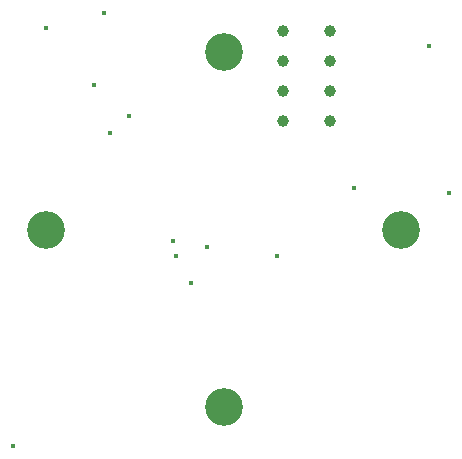
<source format=gbr>
%TF.GenerationSoftware,KiCad,Pcbnew,6.0.5+dfsg-1~bpo11+1*%
%TF.CreationDate,2022-08-22T22:12:17+00:00*%
%TF.ProjectId,LEDcube,4c454463-7562-4652-9e6b-696361645f70,rev?*%
%TF.SameCoordinates,Original*%
%TF.FileFunction,Plated,1,2,PTH,Drill*%
%TF.FilePolarity,Positive*%
%FSLAX46Y46*%
G04 Gerber Fmt 4.6, Leading zero omitted, Abs format (unit mm)*
G04 Created by KiCad (PCBNEW 6.0.5+dfsg-1~bpo11+1) date 2022-08-22 22:12:17*
%MOMM*%
%LPD*%
G01*
G04 APERTURE LIST*
%TA.AperFunction,ViaDrill*%
%ADD10C,0.400000*%
%TD*%
%TA.AperFunction,ComponentDrill*%
%ADD11C,1.000000*%
%TD*%
%TA.AperFunction,ComponentDrill*%
%ADD12C,3.200000*%
%TD*%
G04 APERTURE END LIST*
D10*
X82200000Y-118300000D03*
X85000000Y-82900000D03*
X89000000Y-87800000D03*
X89900000Y-81700000D03*
X90400000Y-91800000D03*
X91966201Y-90358769D03*
X95700000Y-101000000D03*
X95937299Y-102262701D03*
X97200000Y-104500000D03*
X98600000Y-101500000D03*
X104500000Y-102200000D03*
X111000000Y-96500000D03*
X117400000Y-84500000D03*
X119100000Y-96900000D03*
D11*
%TO.C,J101*%
X105000000Y-83200000D03*
X105000000Y-85740000D03*
X105000000Y-88280000D03*
X105000000Y-90820000D03*
%TO.C,J102*%
X109000000Y-83200000D03*
X109000000Y-85740000D03*
X109000000Y-88280000D03*
X109000000Y-90820000D03*
D12*
%TO.C,H104*%
X85000000Y-100000000D03*
%TO.C,H101*%
X100000000Y-85000000D03*
%TO.C,H103*%
X100000000Y-115000000D03*
%TO.C,H102*%
X115000000Y-100000000D03*
M02*

</source>
